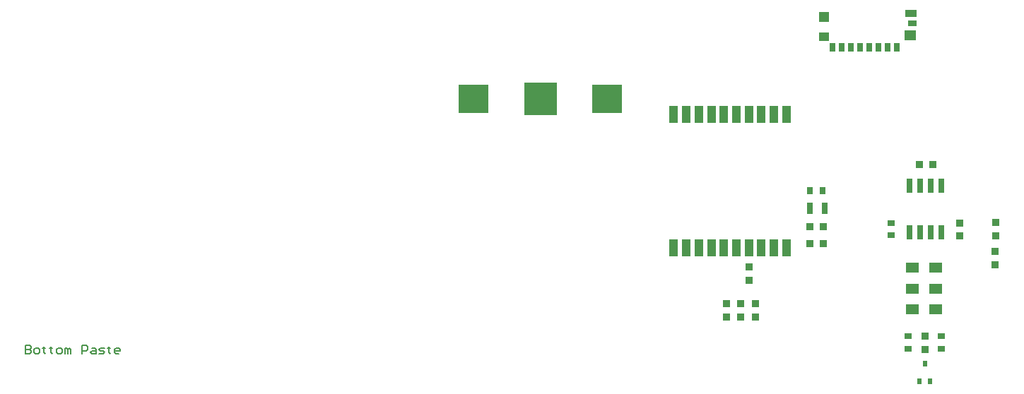
<source format=gbp>
G04*
G04 #@! TF.GenerationSoftware,Altium Limited,Altium Designer,18.1.9 (240)*
G04*
G04 Layer_Color=128*
%FSLAX25Y25*%
%MOIN*%
G70*
G01*
G75*
%ADD12C,0.00700*%
%ADD21R,0.03150X0.03740*%
%ADD31R,0.03543X0.03740*%
%ADD35R,0.03740X0.03543*%
%ADD36R,0.03740X0.03150*%
%ADD84R,0.02165X0.03150*%
%ADD85R,0.02559X0.06890*%
%ADD86R,0.15748X0.15748*%
%ADD87R,0.14173X0.13780*%
%ADD88R,0.03150X0.05512*%
%ADD89R,0.03937X0.07874*%
%ADD90R,0.06299X0.04724*%
%ADD91R,0.05512X0.03543*%
%ADD92R,0.03937X0.02756*%
%ADD93R,0.05709X0.04724*%
%ADD94R,0.04528X0.04724*%
%ADD95R,0.04528X0.04331*%
%ADD96R,0.02756X0.03937*%
D12*
X-142647Y64676D02*
Y60677D01*
X-140648D01*
X-139981Y61344D01*
Y62010D01*
X-140648Y62677D01*
X-142647D01*
X-140648D01*
X-139981Y63343D01*
Y64010D01*
X-140648Y64676D01*
X-142647D01*
X-137982Y60677D02*
X-136649D01*
X-135983Y61344D01*
Y62677D01*
X-136649Y63343D01*
X-137982D01*
X-138648Y62677D01*
Y61344D01*
X-137982Y60677D01*
X-133983Y64010D02*
Y63343D01*
X-134650D01*
X-133317D01*
X-133983D01*
Y61344D01*
X-133317Y60677D01*
X-130651Y64010D02*
Y63343D01*
X-131317D01*
X-129984D01*
X-130651D01*
Y61344D01*
X-129984Y60677D01*
X-127319D02*
X-125986D01*
X-125319Y61344D01*
Y62677D01*
X-125986Y63343D01*
X-127319D01*
X-127985Y62677D01*
Y61344D01*
X-127319Y60677D01*
X-123986D02*
Y63343D01*
X-123320D01*
X-122653Y62677D01*
Y60677D01*
Y62677D01*
X-121987Y63343D01*
X-121321Y62677D01*
Y60677D01*
X-115989D02*
Y64676D01*
X-113990D01*
X-113323Y64010D01*
Y62677D01*
X-113990Y62010D01*
X-115989D01*
X-111324Y63343D02*
X-109991D01*
X-109324Y62677D01*
Y60677D01*
X-111324D01*
X-111990Y61344D01*
X-111324Y62010D01*
X-109324D01*
X-107992Y60677D02*
X-105992D01*
X-105326Y61344D01*
X-105992Y62010D01*
X-107325D01*
X-107992Y62677D01*
X-107325Y63343D01*
X-105326D01*
X-103326Y64010D02*
Y63343D01*
X-103993D01*
X-102660D01*
X-103326D01*
Y61344D01*
X-102660Y60677D01*
X-98661D02*
X-99994D01*
X-100661Y61344D01*
Y62677D01*
X-99994Y63343D01*
X-98661D01*
X-97995Y62677D01*
Y62010D01*
X-100661D01*
D21*
X233563Y137992D02*
D03*
X227658D02*
D03*
D31*
X285630Y150197D02*
D03*
X279331D02*
D03*
X233858Y120735D02*
D03*
X227559D02*
D03*
X233858Y112992D02*
D03*
X227559D02*
D03*
D35*
X314961Y102756D02*
D03*
Y109055D02*
D03*
X315059Y116535D02*
D03*
Y122835D02*
D03*
X298130Y116339D02*
D03*
Y122638D02*
D03*
X281693Y69193D02*
D03*
Y62894D02*
D03*
X188287Y78051D02*
D03*
Y84350D02*
D03*
X194882Y78051D02*
D03*
Y84350D02*
D03*
X201673D02*
D03*
Y78051D02*
D03*
X198917Y101673D02*
D03*
Y95374D02*
D03*
D36*
X273945Y69193D02*
D03*
Y63287D02*
D03*
X289441Y69193D02*
D03*
Y63287D02*
D03*
X265748Y116732D02*
D03*
Y122638D02*
D03*
D84*
X281693Y56299D02*
D03*
X279134Y47835D02*
D03*
X284252D02*
D03*
D85*
X289390Y118209D02*
D03*
X284390D02*
D03*
X279390D02*
D03*
X274390D02*
D03*
X289390Y140256D02*
D03*
X284390D02*
D03*
X279390D02*
D03*
X274390D02*
D03*
D86*
X100492Y181201D02*
D03*
D87*
X68996D02*
D03*
X131988D02*
D03*
D88*
X234547Y129462D02*
D03*
X227461D02*
D03*
D89*
X163287Y173819D02*
D03*
X169193D02*
D03*
X175098D02*
D03*
X181004D02*
D03*
X186909D02*
D03*
X192815D02*
D03*
X198721D02*
D03*
X204626D02*
D03*
X210531D02*
D03*
X216437D02*
D03*
X163287Y110827D02*
D03*
X169193D02*
D03*
X175098D02*
D03*
X181004D02*
D03*
X186909D02*
D03*
X192815D02*
D03*
X198721D02*
D03*
X204626D02*
D03*
X210531D02*
D03*
X216437D02*
D03*
D90*
X275756Y81791D02*
D03*
Y91634D02*
D03*
Y101476D02*
D03*
X286779Y81791D02*
D03*
Y91634D02*
D03*
Y101476D02*
D03*
D91*
X275098Y221555D02*
D03*
D92*
X275886Y216791D02*
D03*
D93*
X275000Y211280D02*
D03*
D94*
X234055Y219744D02*
D03*
D95*
Y210531D02*
D03*
D96*
X268602Y205413D02*
D03*
X264272D02*
D03*
X259941D02*
D03*
X255610D02*
D03*
X251279D02*
D03*
X246949D02*
D03*
X242618D02*
D03*
X238287D02*
D03*
M02*

</source>
